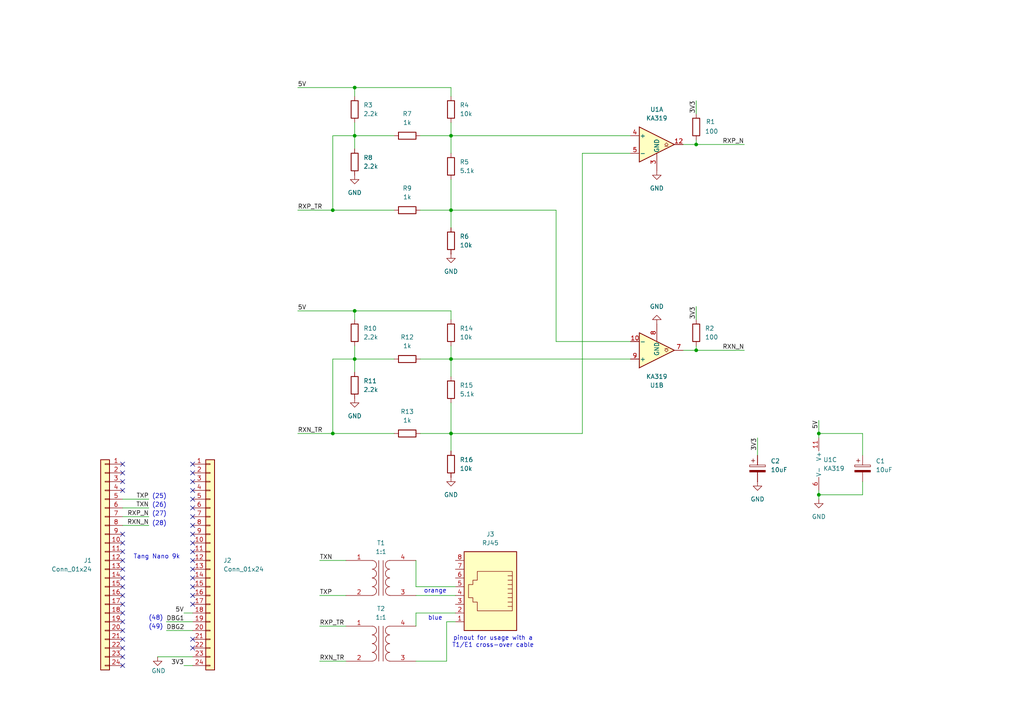
<source format=kicad_sch>
(kicad_sch (version 20240716) (generator "eeschema") (generator_version "8.99")
  (paper "A4")
  (title_block (title "E1/T1 interface board for Tang Nano 9k") (company "Darklife Research Foundation") (comment 1 "Design by Marcelo Samsoniuk & Paulo Matias"))
  (lib_symbols
    (symbol "Comparator:LM319" (pin_names (offset 0.127))
      (property "Reference" "U" (at 0 6.35 0))
      (property "Value" "LM319" (at 0 3.81 0))
      (symbol "LM319_1_1"
        (polyline (pts (xy -5.08 5.08) (xy 5.08 0) (xy -5.08 -5.08) (xy -5.08 5.08) (xy -5.08 5.08)) (stroke (width 0.254)) (fill (type background)))
        (polyline (pts (xy 2.286 -0.508) (xy 2.794 -0.508) (xy 2.286 0) (xy 2.794 0.508) (xy 3.302 0) (xy 2.794 -0.508) (xy 3.302 -0.508)) (stroke (width 0.127)))
        (pin input line (at -7.62 2.54 0) (length 2.54) (name "+") (number "4"))
        (pin input line (at -7.62 -2.54 0) (length 2.54) (name "-") (number "5"))
        (pin no_connect line (at 0 2.54 270) (length 2.54) hide (name "NC") (number "2"))
        (pin no_connect line (at 0 -2.54 90) (length 2.54) hide (name "NC") (number "1"))
        (pin passive line (at 0 -7.62 90) (length 5.08) (name "GND") (number "3"))
        (pin open_collector line (at 7.62 0 180) (length 2.54) (name "~") (number "12"))
      )
      (symbol "LM319_2_1"
        (polyline (pts (xy -5.08 5.08) (xy 5.08 0) (xy -5.08 -5.08) (xy -5.08 5.08) (xy -5.08 5.08)) (stroke (width 0.254)) (fill (type background)))
        (polyline (pts (xy 3.302 -0.508) (xy 2.794 -0.508) (xy 3.302 0) (xy 2.794 0.508) (xy 2.286 0) (xy 2.794 -0.508) (xy 2.286 -0.508)) (stroke (width 0.127)))
        (pin input line (at -7.62 2.54 0) (length 2.54) (name "+") (number "9"))
        (pin input line (at -7.62 -2.54 0) (length 2.54) (name "-") (number "10"))
        (pin no_connect line (at 0 2.54 270) (length 2.54) hide (name "NC") (number "14"))
        (pin no_connect line (at 0 -2.54 90) (length 2.54) hide (name "NC") (number "13"))
        (pin passive line (at 0 -7.62 90) (length 5.08) (name "GND") (number "8"))
        (pin open_collector line (at 7.62 0 180) (length 2.54) (name "~") (number "7"))
      )
      (symbol "LM319_3_1"
        (pin power_in line (at -2.54 7.62 270) (length 3.81) (name "V+") (number "11"))
        (pin power_in line (at -2.54 -7.62 90) (length 3.81) (name "V-") (number "6"))
      )
    )
    (symbol "Connector:RJ45" (pin_names (offset 1.016))
      (property "Reference" "J" (at -5.08 13.97 0))
      (property "Value" "RJ45" (at 2.54 13.97 0))
      (symbol "RJ45_0_1"
        (polyline (pts (xy -6.35 1.905) (xy -5.08 1.905) (xy -5.08 1.905)))
        (polyline (pts (xy -6.35 0.635) (xy -5.08 0.635) (xy -5.08 0.635)))
        (polyline (pts (xy -6.35 -0.635) (xy -5.08 -0.635) (xy -5.08 -0.635)))
        (polyline (pts (xy -6.35 -1.905) (xy -5.08 -1.905) (xy -5.08 -1.905)))
        (polyline (pts (xy -6.35 -3.175) (xy -5.08 -3.175) (xy -5.08 -3.175)))
        (polyline (pts (xy -6.35 -4.445) (xy -6.35 6.985) (xy 3.81 6.985) (xy 3.81 4.445) (xy 5.08 4.445) (xy 5.08 3.175) (xy 6.35 3.175) (xy 6.35 -0.635) (xy 5.08 -0.635) (xy 5.08 -1.905) (xy 3.81 -1.905) (xy 3.81 -4.445) (xy -6.35 -4.445) (xy -6.35 -4.445)))
        (polyline (pts (xy -5.08 5.715) (xy -6.35 5.715)))
        (polyline (pts (xy -5.08 4.445) (xy -6.35 4.445)))
        (polyline (pts (xy -5.08 3.175) (xy -6.35 3.175) (xy -6.35 3.175)))
        (rectangle (start 7.62 12.7) (end -7.62 -10.16) (stroke (width 0.254)) (fill (type background)))
      )
      (symbol "RJ45_1_1"
        (pin passive line (at 10.16 10.16 180) (length 2.54) (name "~") (number "8"))
        (pin passive line (at 10.16 7.62 180) (length 2.54) (name "~") (number "7"))
        (pin passive line (at 10.16 5.08 180) (length 2.54) (name "~") (number "6"))
        (pin passive line (at 10.16 2.54 180) (length 2.54) (name "~") (number "5"))
        (pin passive line (at 10.16 0 180) (length 2.54) (name "~") (number "4"))
        (pin passive line (at 10.16 -2.54 180) (length 2.54) (name "~") (number "3"))
        (pin passive line (at 10.16 -5.08 180) (length 2.54) (name "~") (number "2"))
        (pin passive line (at 10.16 -7.62 180) (length 2.54) (name "~") (number "1"))
      )
    )
    (symbol "Connector_Generic:Conn_01x24" (pin_names (offset 1.016) hide)
      (property "Reference" "J" (at 0 30.48 0))
      (property "Value" "Conn_01x24" (at 0 -33.02 0))
      (symbol "Conn_01x24_1_1"
        (rectangle (start -1.27 29.21) (end 1.27 -31.75) (stroke (width 0.254)) (fill (type background)))
        (rectangle (start -1.27 28.067) (end 0 27.813) (stroke (width 0.1524)))
        (rectangle (start -1.27 25.527) (end 0 25.273) (stroke (width 0.1524)))
        (rectangle (start -1.27 22.987) (end 0 22.733) (stroke (width 0.1524)))
        (rectangle (start -1.27 20.447) (end 0 20.193) (stroke (width 0.1524)))
        (rectangle (start -1.27 17.907) (end 0 17.653) (stroke (width 0.1524)))
        (rectangle (start -1.27 15.367) (end 0 15.113) (stroke (width 0.1524)))
        (rectangle (start -1.27 12.827) (end 0 12.573) (stroke (width 0.1524)))
        (rectangle (start -1.27 10.287) (end 0 10.033) (stroke (width 0.1524)))
        (rectangle (start -1.27 7.747) (end 0 7.493) (stroke (width 0.1524)))
        (rectangle (start -1.27 5.207) (end 0 4.953) (stroke (width 0.1524)))
        (rectangle (start -1.27 2.667) (end 0 2.413) (stroke (width 0.1524)))
        (rectangle (start -1.27 0.127) (end 0 -0.127) (stroke (width 0.1524)))
        (rectangle (start -1.27 -2.413) (end 0 -2.667) (stroke (width 0.1524)))
        (rectangle (start -1.27 -4.953) (end 0 -5.207) (stroke (width 0.1524)))
        (rectangle (start -1.27 -7.493) (end 0 -7.747) (stroke (width 0.1524)))
        (rectangle (start -1.27 -10.033) (end 0 -10.287) (stroke (width 0.1524)))
        (rectangle (start -1.27 -12.573) (end 0 -12.827) (stroke (width 0.1524)))
        (rectangle (start -1.27 -15.113) (end 0 -15.367) (stroke (width 0.1524)))
        (rectangle (start -1.27 -17.653) (end 0 -17.907) (stroke (width 0.1524)))
        (rectangle (start -1.27 -20.193) (end 0 -20.447) (stroke (width 0.1524)))
        (rectangle (start -1.27 -22.733) (end 0 -22.987) (stroke (width 0.1524)))
        (rectangle (start -1.27 -25.273) (end 0 -25.527) (stroke (width 0.1524)))
        (rectangle (start -1.27 -27.813) (end 0 -28.067) (stroke (width 0.1524)))
        (rectangle (start -1.27 -30.353) (end 0 -30.607) (stroke (width 0.1524)))
        (pin passive line (at -5.08 27.94 0) (length 3.81) (name "Pin_1") (number "1"))
        (pin passive line (at -5.08 25.4 0) (length 3.81) (name "Pin_2") (number "2"))
        (pin passive line (at -5.08 22.86 0) (length 3.81) (name "Pin_3") (number "3"))
        (pin passive line (at -5.08 20.32 0) (length 3.81) (name "Pin_4") (number "4"))
        (pin passive line (at -5.08 17.78 0) (length 3.81) (name "Pin_5") (number "5"))
        (pin passive line (at -5.08 15.24 0) (length 3.81) (name "Pin_6") (number "6"))
        (pin passive line (at -5.08 12.7 0) (length 3.81) (name "Pin_7") (number "7"))
        (pin passive line (at -5.08 10.16 0) (length 3.81) (name "Pin_8") (number "8"))
        (pin passive line (at -5.08 7.62 0) (length 3.81) (name "Pin_9") (number "9"))
        (pin passive line (at -5.08 5.08 0) (length 3.81) (name "Pin_10") (number "10"))
        (pin passive line (at -5.08 2.54 0) (length 3.81) (name "Pin_11") (number "11"))
        (pin passive line (at -5.08 0 0) (length 3.81) (name "Pin_12") (number "12"))
        (pin passive line (at -5.08 -2.54 0) (length 3.81) (name "Pin_13") (number "13"))
        (pin passive line (at -5.08 -5.08 0) (length 3.81) (name "Pin_14") (number "14"))
        (pin passive line (at -5.08 -7.62 0) (length 3.81) (name "Pin_15") (number "15"))
        (pin passive line (at -5.08 -10.16 0) (length 3.81) (name "Pin_16") (number "16"))
        (pin passive line (at -5.08 -12.7 0) (length 3.81) (name "Pin_17") (number "17"))
        (pin passive line (at -5.08 -15.24 0) (length 3.81) (name "Pin_18") (number "18"))
        (pin passive line (at -5.08 -17.78 0) (length 3.81) (name "Pin_19") (number "19"))
        (pin passive line (at -5.08 -20.32 0) (length 3.81) (name "Pin_20") (number "20"))
        (pin passive line (at -5.08 -22.86 0) (length 3.81) (name "Pin_21") (number "21"))
        (pin passive line (at -5.08 -25.4 0) (length 3.81) (name "Pin_22") (number "22"))
        (pin passive line (at -5.08 -27.94 0) (length 3.81) (name "Pin_23") (number "23"))
        (pin passive line (at -5.08 -30.48 0) (length 3.81) (name "Pin_24") (number "24"))
      )
    )
    (symbol "Device:C_Polarized" (pin_numbers hide) (pin_names (offset 0.254))
      (property "Reference" "C" (at 0.635 2.54 0))
      (property "Value" "C_Polarized" (at 0.635 -2.54 0))
      (symbol "C_Polarized_0_1"
        (rectangle (start -2.286 0.508) (end 2.286 1.016))
        (polyline (pts (xy -1.778 2.286) (xy -0.762 2.286)))
        (polyline (pts (xy -1.27 2.794) (xy -1.27 1.778)))
        (rectangle (start 2.286 -0.508) (end -2.286 -1.016) (fill (type outline)))
      )
      (symbol "C_Polarized_1_1"
        (pin passive line (at 0 3.81 270) (length 2.794) (name "~") (number "1"))
        (pin passive line (at 0 -3.81 90) (length 2.794) (name "~") (number "2"))
      )
    )
    (symbol "Device:R" (pin_numbers hide) (pin_names (offset 0))
      (property "Reference" "R" (at 2.032 0 90))
      (property "Value" "R" (at 0 0 90))
      (symbol "R_0_1"
        (rectangle (start -1.016 -2.54) (end 1.016 2.54) (stroke (width 0.254)))
      )
      (symbol "R_1_1"
        (pin passive line (at 0 3.81 270) (length 1.27) (name "~") (number "1"))
        (pin passive line (at 0 -3.81 90) (length 1.27) (name "~") (number "2"))
      )
    )
    (symbol "Device:Transformer_1P_1S" (pin_names (offset 1.016) hide)
      (property "Reference" "T" (at 0 6.35 0))
      (property "Value" "Transformer_1P_1S" (at 0 -7.62 0))
      (symbol "Transformer_1P_1S_0_1"
        (arc (start -1.27 3.81) (mid -1.656 2.9336) (end -2.54 2.5654))
        (arc (start -1.27 1.27) (mid -1.656 0.3936) (end -2.54 0.0254))
        (arc (start -1.27 -1.27) (mid -1.656 -2.1464) (end -2.54 -2.5146))
        (arc (start -1.27 -3.81) (mid -1.656 -4.6864) (end -2.54 -5.0546))
        (arc (start -2.54 5.08) (mid -1.642 4.708) (end -1.27 3.81))
        (arc (start -2.54 2.54) (mid -1.642 2.168) (end -1.27 1.27))
        (arc (start -2.54 0) (mid -1.642 -0.372) (end -1.27 -1.27))
        (arc (start -2.54 -2.54) (mid -1.642 -2.912) (end -1.27 -3.81))
        (polyline (pts (xy -0.635 5.08) (xy -0.635 -5.08)))
        (polyline (pts (xy 0.635 -5.08) (xy 0.635 5.08)))
        (arc (start 1.2954 3.81) (mid 1.6457 4.7117) (end 2.54 5.08))
        (arc (start 1.2954 1.27) (mid 1.6457 2.1717) (end 2.54 2.54))
        (arc (start 1.2954 -1.27) (mid 1.6457 -0.3683) (end 2.54 0))
        (arc (start 2.54 2.5654) (mid 1.6599 2.9299) (end 1.2954 3.81))
        (arc (start 2.54 0.0254) (mid 1.6599 0.3899) (end 1.2954 1.27))
        (arc (start 2.54 -2.5146) (mid 1.6599 -2.1501) (end 1.2954 -1.27))
        (arc (start 1.3208 -3.81) (mid 1.6711 -2.9085) (end 2.5654 -2.54))
        (arc (start 2.5654 -5.0546) (mid 1.6851 -4.6902) (end 1.3208 -3.81))
      )
      (symbol "Transformer_1P_1S_1_1"
        (pin passive line (at -10.16 5.08 0) (length 7.62) (name "AA") (number "1"))
        (pin passive line (at -10.16 -5.08 0) (length 7.62) (name "AB") (number "2"))
        (pin passive line (at 10.16 5.08 180) (length 7.62) (name "SB") (number "4"))
        (pin passive line (at 10.16 -5.08 180) (length 7.62) (name "SA") (number "3"))
      )
    )
    (symbol "power:GND" (power) (pin_numbers hide) (pin_names (offset 0) hide)
      (property "Value" "GND" (at 0 -3.81 0))
      (symbol "GND_0_1"
        (polyline (pts (xy 0 0) (xy 0 -1.27) (xy 1.27 -1.27) (xy 0 -2.54) (xy -1.27 -1.27) (xy 0 -1.27)))
      )
      (symbol "GND_1_1"
        (pin power_in line (at 0 0 270) (length 0) (name "~") (number "1"))
      )
    )
  )
  (text "(48)" (at 45.212 179.324 0) (effects (font (size 1.27 1.27))))
  (text "(49)" (at 45.212 181.864 0) (effects (font (size 1.27 1.27))))
  (text "(27)" (at 46.228 149.098 0) (effects (font (size 1.27 1.27))))
  (text "Tang Nano 9k" (at 45.466 161.544 0) (effects (font (size 1.27 1.27))))
  (text "(26)" (at 46.228 146.558 0) (effects (font (size 1.27 1.27))))
  (text "pinout for usage with a\nT1/E1 cross-over cable" (at 143.002 186.182 0) (effects (font (size 1.27 1.27))))
  (text "(28)" (at 46.228 151.892 0) (effects (font (size 1.27 1.27))))
  (text "blue" (at 126.238 179.324 0) (effects (font (size 1.27 1.27))))
  (text "orange" (at 126.238 171.45 0) (effects (font (size 1.27 1.27))))
  (text "(25)" (at 46.228 144.018 0) (effects (font (size 1.27 1.27))))
  (junction (at 102.87 90.17))
  (junction (at 130.81 125.73))
  (junction (at 102.87 104.14))
  (junction (at 201.93 41.91))
  (junction (at 96.52 60.96))
  (junction (at 130.81 39.37))
  (junction (at 102.87 25.4))
  (junction (at 130.81 104.14))
  (junction (at 102.87 39.37))
  (junction (at 130.81 60.96))
  (junction (at 237.49 143.51))
  (junction (at 237.49 125.73))
  (junction (at 96.52 125.73))
  (junction (at 201.93 101.6))
  (no_connect (at 35.56 137.16))
  (no_connect (at 55.88 172.72))
  (no_connect (at 35.56 154.94))
  (no_connect (at 35.56 170.18))
  (no_connect (at 55.88 170.18))
  (no_connect (at 55.88 165.1))
  (no_connect (at 55.88 142.24))
  (no_connect (at 55.88 152.4))
  (no_connect (at 35.56 167.64))
  (no_connect (at 35.56 180.34))
  (no_connect (at 35.56 182.88))
  (no_connect (at 55.88 167.64))
  (no_connect (at 55.88 162.56))
  (no_connect (at 55.88 187.96))
  (no_connect (at 55.88 144.78))
  (no_connect (at 55.88 160.02))
  (no_connect (at 55.88 134.62))
  (no_connect (at 55.88 157.48))
  (no_connect (at 35.56 190.5))
  (no_connect (at 55.88 154.94))
  (no_connect (at 35.56 134.62))
  (no_connect (at 35.56 172.72))
  (no_connect (at 35.56 160.02))
  (no_connect (at 55.88 139.7))
  (no_connect (at 35.56 185.42))
  (no_connect (at 35.56 175.26))
  (no_connect (at 35.56 139.7))
  (no_connect (at 55.88 175.26))
  (no_connect (at 55.88 149.86))
  (no_connect (at 35.56 193.04))
  (no_connect (at 35.56 165.1))
  (no_connect (at 35.56 162.56))
  (no_connect (at 35.56 177.8))
  (no_connect (at 55.88 185.42))
  (no_connect (at 35.56 157.48))
  (no_connect (at 55.88 137.16))
  (no_connect (at 35.56 142.24))
  (no_connect (at 35.56 187.96))
  (no_connect (at 55.88 147.32))
  (wire (pts (xy 43.18 149.86) (xy 35.56 149.86)))
  (wire (pts (xy 237.49 121.92) (xy 237.49 125.73)))
  (wire (pts (xy 237.49 142.24) (xy 237.49 143.51)))
  (wire (pts (xy 43.18 152.4) (xy 35.56 152.4)))
  (wire (pts (xy 201.93 101.6) (xy 215.9 101.6)))
  (wire (pts (xy 201.93 29.21) (xy 201.93 33.02)))
  (wire (pts (xy 130.81 100.33) (xy 130.81 104.14)))
  (wire (pts (xy 121.92 125.73) (xy 130.81 125.73)))
  (wire (pts (xy 130.81 125.73) (xy 168.91 125.73)))
  (wire (pts (xy 219.71 127) (xy 219.71 132.08)))
  (wire (pts (xy 92.71 162.56) (xy 100.33 162.56)))
  (wire (pts (xy 114.3 104.14) (xy 102.87 104.14)))
  (wire (pts (xy 250.19 143.51) (xy 237.49 143.51)))
  (wire (pts (xy 96.52 60.96) (xy 114.3 60.96)))
  (wire (pts (xy 96.52 125.73) (xy 114.3 125.73)))
  (wire (pts (xy 132.08 170.18) (xy 120.65 170.18)))
  (wire (pts (xy 96.52 39.37) (xy 96.52 60.96)))
  (wire (pts (xy 130.81 90.17) (xy 130.81 92.71)))
  (wire (pts (xy 102.87 35.56) (xy 102.87 39.37)))
  (wire (pts (xy 102.87 104.14) (xy 102.87 107.95)))
  (wire (pts (xy 102.87 39.37) (xy 102.87 43.18)))
  (wire (pts (xy 130.81 60.96) (xy 161.29 60.96)))
  (wire (pts (xy 96.52 104.14) (xy 96.52 125.73)))
  (wire (pts (xy 250.19 139.7) (xy 250.19 143.51)))
  (wire (pts (xy 201.93 40.64) (xy 201.93 41.91)))
  (wire (pts (xy 120.65 162.56) (xy 120.65 170.18)))
  (wire (pts (xy 168.91 44.45) (xy 168.91 125.73)))
  (wire (pts (xy 86.36 90.17) (xy 102.87 90.17)))
  (wire (pts (xy 48.26 180.34) (xy 55.88 180.34)))
  (wire (pts (xy 130.81 104.14) (xy 182.88 104.14)))
  (wire (pts (xy 86.36 25.4) (xy 102.87 25.4)))
  (wire (pts (xy 130.81 35.56) (xy 130.81 39.37)))
  (wire (pts (xy 102.87 90.17) (xy 130.81 90.17)))
  (wire (pts (xy 102.87 100.33) (xy 102.87 104.14)))
  (wire (pts (xy 132.08 172.72) (xy 120.65 172.72)))
  (wire (pts (xy 92.71 191.77) (xy 100.33 191.77)))
  (wire (pts (xy 120.65 181.61) (xy 120.65 177.8)))
  (wire (pts (xy 237.49 125.73) (xy 237.49 127)))
  (wire (pts (xy 102.87 25.4) (xy 102.87 27.94)))
  (wire (pts (xy 92.71 172.72) (xy 100.33 172.72)))
  (wire (pts (xy 102.87 39.37) (xy 96.52 39.37)))
  (wire (pts (xy 102.87 25.4) (xy 130.81 25.4)))
  (wire (pts (xy 130.81 116.84) (xy 130.81 125.73)))
  (wire (pts (xy 161.29 99.06) (xy 182.88 99.06)))
  (wire (pts (xy 250.19 125.73) (xy 237.49 125.73)))
  (wire (pts (xy 130.81 125.73) (xy 130.81 130.81)))
  (wire (pts (xy 102.87 90.17) (xy 102.87 92.71)))
  (wire (pts (xy 48.26 182.88) (xy 55.88 182.88)))
  (wire (pts (xy 198.12 101.6) (xy 201.93 101.6)))
  (wire (pts (xy 120.65 177.8) (xy 132.08 177.8)))
  (wire (pts (xy 86.36 125.73) (xy 96.52 125.73)))
  (wire (pts (xy 250.19 132.08) (xy 250.19 125.73)))
  (wire (pts (xy 43.18 144.78) (xy 35.56 144.78)))
  (wire (pts (xy 182.88 44.45) (xy 168.91 44.45)))
  (wire (pts (xy 102.87 104.14) (xy 96.52 104.14)))
  (wire (pts (xy 130.81 60.96) (xy 130.81 66.04)))
  (wire (pts (xy 129.54 180.34) (xy 129.54 191.77)))
  (wire (pts (xy 130.81 52.07) (xy 130.81 60.96)))
  (wire (pts (xy 201.93 41.91) (xy 215.9 41.91)))
  (wire (pts (xy 198.12 41.91) (xy 201.93 41.91)))
  (wire (pts (xy 130.81 39.37) (xy 130.81 44.45)))
  (wire (pts (xy 121.92 104.14) (xy 130.81 104.14)))
  (wire (pts (xy 43.18 147.32) (xy 35.56 147.32)))
  (wire (pts (xy 129.54 180.34) (xy 132.08 180.34)))
  (wire (pts (xy 201.93 88.9) (xy 201.93 92.71)))
  (wire (pts (xy 45.72 190.5) (xy 55.88 190.5)))
  (wire (pts (xy 129.54 191.77) (xy 120.65 191.77)))
  (wire (pts (xy 161.29 60.96) (xy 161.29 99.06)))
  (wire (pts (xy 86.36 60.96) (xy 96.52 60.96)))
  (wire (pts (xy 53.34 193.04) (xy 55.88 193.04)))
  (wire (pts (xy 201.93 100.33) (xy 201.93 101.6)))
  (wire (pts (xy 130.81 25.4) (xy 130.81 27.94)))
  (wire (pts (xy 121.92 39.37) (xy 130.81 39.37)))
  (wire (pts (xy 130.81 104.14) (xy 130.81 109.22)))
  (wire (pts (xy 114.3 39.37) (xy 102.87 39.37)))
  (wire (pts (xy 130.81 39.37) (xy 182.88 39.37)))
  (wire (pts (xy 53.34 177.8) (xy 55.88 177.8)))
  (wire (pts (xy 237.49 143.51) (xy 237.49 144.78)))
  (wire (pts (xy 92.71 181.61) (xy 100.33 181.61)))
  (wire (pts (xy 121.92 60.96) (xy 130.81 60.96)))
  (label "3V3" (at 53.34 193.04 180))
  (label "5V" (at 237.49 121.92 270))
  (label "RXN_N" (at 43.18 152.4 180))
  (label "3V3" (at 219.71 127 270))
  (label "DBG2" (at 48.26 182.88 0))
  (label "TXP" (at 92.71 172.72 0))
  (label "5V" (at 53.34 177.8 180))
  (label "5V" (at 86.36 90.17 0))
  (label "RXN_TR" (at 86.36 125.73 0))
  (label "5V" (at 86.36 25.4 0))
  (label "RXN_TR" (at 92.71 191.77 0))
  (label "RXN_N" (at 209.55 101.6 0))
  (label "RXP_TR" (at 86.36 60.96 0))
  (label "TXN" (at 92.71 162.56 0))
  (label "3V3" (at 201.93 88.9 270))
  (label "3V3" (at 201.93 29.21 270))
  (label "TXN" (at 43.18 147.32 180))
  (label "TXP" (at 43.18 144.78 180))
  (label "RXP_TR" (at 92.71 181.61 0))
  (label "RXP_N" (at 43.18 149.86 180))
  (label "RXP_N" (at 209.55 41.91 0))
  (label "DBG1" (at 48.26 180.34 0))
  (symbol (lib_id "Device:R") (at 118.11 104.14 90) (unit 1)
    (property "Reference" "R12" (at 118.11 97.79 90))
    (property "Value" "1k" (at 118.11 100.33 90))
    (property "Description" "Resistor" (effects (hide yes)))
  )
  (symbol (lib_id "Device:R") (at 102.87 111.76 0) (unit 1)
    (property "Reference" "R11" (at 105.41 110.4899 0) (effects (justify left)))
    (property "Value" "2.2k" (at 105.41 113.0299 0) (effects (justify left)))
    (property "Description" "Resistor" (effects (hide yes)))
  )
  (symbol (lib_id "power:GND") (at 102.87 50.8 0) (unit 1)
    (property "Reference" "#PWR06" (effects (hide yes)))
    (property "Value" "GND" (at 102.87 55.88 0))
    (property "Description" "Power symbol creates a global label with name \"GND\" , ground" (effects (hide yes)))
  )
  (symbol (lib_id "Device:C_Polarized") (at 219.71 135.89 0) (unit 1)
    (property "Reference" "C2" (at 223.52 133.7309 0) (effects (justify left)))
    (property "Value" "10uF" (at 223.52 136.2709 0) (effects (justify left)))
    (property "Footprint" "Capacitor_SMD:CP_Elec_3x5.3" (effects (hide yes)))
    (property "Description" "Polarized capacitor" (effects (hide yes)))
  )
  (symbol (lib_id "Device:R") (at 102.87 96.52 0) (unit 1)
    (property "Reference" "R10" (at 105.41 95.2499 0) (effects (justify left)))
    (property "Value" "2.2k" (at 105.41 97.7899 0) (effects (justify left)))
    (property "Description" "Resistor" (effects (hide yes)))
  )
  (symbol (lib_id "Connector:RJ45") (at 142.24 172.72 0) (mirror y) (unit 1)
    (property "Reference" "J3" (at 142.24 154.94 0))
    (property "Value" "RJ45" (at 142.24 157.48 0))
    (property "Footprint" "Connector_RJ:RJ45_Amphenol_54602-x08_Horizontal" (effects (hide yes)))
    (property "Description" "RJ connector, 8P8C (8 positions 8 connected)" (effects (hide yes)))
  )
  (symbol (lib_id "Device:Transformer_1P_1S") (at 110.49 186.69 0) (unit 1)
    (property "Reference" "T2" (at 110.5027 176.53 0))
    (property "Value" "1:1" (at 110.5027 179.07 0))
    (property "Description" "Transformer, single primary, single secondary" (effects (hide yes)))
  )
  (symbol (lib_id "Device:R") (at 201.93 36.83 0) (unit 1)
    (property "Reference" "R1" (at 204.724 35.306 0) (effects (justify left)))
    (property "Value" "100" (at 204.47 38.0999 0) (effects (justify left)))
    (property "Description" "Resistor" (effects (hide yes)))
  )
  (symbol (lib_id "power:GND") (at 102.87 115.57 0) (unit 1)
    (property "Reference" "#PWR08" (effects (hide yes)))
    (property "Value" "GND" (at 102.87 120.65 0))
    (property "Description" "Power symbol creates a global label with name \"GND\" , ground" (effects (hide yes)))
  )
  (symbol (lib_id "Device:C_Polarized") (at 250.19 135.89 0) (unit 1)
    (property "Reference" "C1" (at 254 133.7309 0) (effects (justify left)))
    (property "Value" "10uF" (at 254 136.2709 0) (effects (justify left)))
    (property "Footprint" "Capacitor_SMD:CP_Elec_3x5.3" (effects (hide yes)))
    (property "Description" "Polarized capacitor" (effects (hide yes)))
  )
  (symbol (lib_id "Device:R") (at 118.11 60.96 90) (unit 1)
    (property "Reference" "R9" (at 118.11 54.61 90))
    (property "Value" "1k" (at 118.11 57.15 90))
    (property "Description" "Resistor" (effects (hide yes)))
  )
  (symbol (lib_id "Device:R") (at 130.81 96.52 0) (unit 1)
    (property "Reference" "R14" (at 133.35 95.2499 0) (effects (justify left)))
    (property "Value" "10k" (at 133.35 97.7899 0) (effects (justify left)))
    (property "Description" "Resistor" (effects (hide yes)))
  )
  (symbol (lib_id "Device:R") (at 130.81 69.85 0) (unit 1)
    (property "Reference" "R6" (at 133.35 68.5799 0) (effects (justify left)))
    (property "Value" "10k" (at 133.35 71.1199 0) (effects (justify left)))
    (property "Description" "Resistor" (effects (hide yes)))
  )
  (symbol (lib_id "power:GND") (at 237.49 144.78 0) (unit 1)
    (property "Reference" "#PWR02" (effects (hide yes)))
    (property "Value" "GND" (at 237.49 149.86 0))
    (property "Description" "Power symbol creates a global label with name \"GND\" , ground" (effects (hide yes)))
  )
  (symbol (lib_id "Comparator:LM319") (at 190.5 41.91 0) (unit 1)
    (property "Reference" "U1" (at 190.5 31.75 0))
    (property "Value" "KA319" (at 190.5 34.29 0))
    (property "Footprint" "Package_DIP:DIP-14_W7.62mm_Socket" (effects (hide yes)))
    (property "Datasheet" "http://www.ti.com/lit/ds/symlink/lm319-n.pdf" (effects (hide yes)))
    (property "Description" "High Speed Dual Comparator, DIP-14/SOIC-14" (effects (hide yes)))
  )
  (symbol (lib_id "power:GND") (at 190.5 93.98 0) (mirror x) (unit 1)
    (property "Reference" "#PWR04" (effects (hide yes)))
    (property "Value" "GND" (at 190.5 88.9 0))
    (property "Description" "Power symbol creates a global label with name \"GND\" , ground" (effects (hide yes)))
  )
  (symbol (lib_id "Connector_Generic:Conn_01x24") (at 30.48 162.56 0) (mirror y) (unit 1)
    (property "Reference" "J1" (at 26.67 162.5599 0) (effects (justify left)))
    (property "Value" "Conn_01x24" (at 26.67 165.0999 0) (effects (justify left)))
    (property "Footprint" "Connector_Molex:Molex_SL_171971-0024_1x24_P2.54mm_Vertical" (effects (hide yes)))
    (property "Description" "Generic connector, single row, 01x24, script generated (kicad-library-utils/schlib/autogen/connector/)" (effects (hide yes)))
  )
  (symbol (lib_id "power:GND") (at 190.5 49.53 0) (unit 1)
    (property "Reference" "#PWR03" (effects (hide yes)))
    (property "Value" "GND" (at 190.5 54.61 0))
    (property "Description" "Power symbol creates a global label with name \"GND\" , ground" (effects (hide yes)))
  )
  (symbol (lib_id "Device:Transformer_1P_1S") (at 110.49 167.64 0) (unit 1)
    (property "Reference" "T1" (at 110.5027 157.48 0))
    (property "Value" "1:1" (at 110.5027 160.02 0))
    (property "Description" "Transformer, single primary, single secondary" (effects (hide yes)))
  )
  (symbol (lib_id "power:GND") (at 130.81 73.66 0) (unit 1)
    (property "Reference" "#PWR07" (effects (hide yes)))
    (property "Value" "GND" (at 130.81 78.74 0))
    (property "Description" "Power symbol creates a global label with name \"GND\" , ground" (effects (hide yes)))
  )
  (symbol (lib_id "Device:R") (at 201.93 96.52 0) (unit 1)
    (property "Reference" "R2" (at 204.47 95.2499 0) (effects (justify left)))
    (property "Value" "100" (at 204.47 97.7899 0) (effects (justify left)))
    (property "Description" "Resistor" (effects (hide yes)))
  )
  (symbol (lib_id "Device:R") (at 130.81 134.62 0) (unit 1)
    (property "Reference" "R16" (at 133.35 133.3499 0) (effects (justify left)))
    (property "Value" "10k" (at 133.35 135.8899 0) (effects (justify left)))
    (property "Description" "Resistor" (effects (hide yes)))
  )
  (symbol (lib_id "Comparator:LM319") (at 190.5 101.6 0) (mirror x) (unit 2)
    (property "Reference" "U1" (at 190.5 111.76 0))
    (property "Value" "KA319" (at 190.5 109.22 0))
    (property "Footprint" "Package_DIP:DIP-14_W7.62mm_Socket" (effects (hide yes)))
    (property "Datasheet" "http://www.ti.com/lit/ds/symlink/lm319-n.pdf" (effects (hide yes)))
    (property "Description" "High Speed Dual Comparator, DIP-14/SOIC-14" (effects (hide yes)))
  )
  (symbol (lib_id "power:GND") (at 219.71 139.7 0) (unit 1)
    (property "Reference" "#PWR05" (effects (hide yes)))
    (property "Value" "GND" (at 219.71 144.78 0))
    (property "Description" "Power symbol creates a global label with name \"GND\" , ground" (effects (hide yes)))
  )
  (symbol (lib_id "Device:R") (at 130.81 48.26 0) (unit 1)
    (property "Reference" "R5" (at 133.35 46.9899 0) (effects (justify left)))
    (property "Value" "5.1k" (at 133.35 49.5299 0) (effects (justify left)))
    (property "Description" "Resistor" (effects (hide yes)))
  )
  (symbol (lib_id "power:GND") (at 45.72 190.5 0) (unit 1)
    (property "Reference" "#PWR01" (effects (hide yes)))
    (property "Value" "GND" (at 45.974 194.564 0))
    (property "Description" "Power symbol creates a global label with name \"GND\" , ground" (effects (hide yes)))
  )
  (symbol (lib_id "Device:R") (at 130.81 31.75 0) (unit 1)
    (property "Reference" "R4" (at 133.35 30.4799 0) (effects (justify left)))
    (property "Value" "10k" (at 133.35 33.0199 0) (effects (justify left)))
    (property "Description" "Resistor" (effects (hide yes)))
  )
  (symbol (lib_id "Device:R") (at 102.87 46.99 0) (unit 1)
    (property "Reference" "R8" (at 105.41 45.7199 0) (effects (justify left)))
    (property "Value" "2.2k" (at 105.41 48.2599 0) (effects (justify left)))
    (property "Description" "Resistor" (effects (hide yes)))
  )
  (symbol (lib_id "Comparator:LM319") (at 240.03 134.62 0) (unit 3)
    (property "Reference" "U1" (at 238.76 133.3499 0) (effects (justify left)))
    (property "Value" "KA319" (at 238.76 135.8899 0) (effects (justify left)))
    (property "Footprint" "Package_DIP:DIP-14_W7.62mm_Socket" (effects (hide yes)))
    (property "Datasheet" "http://www.ti.com/lit/ds/symlink/lm319-n.pdf" (effects (hide yes)))
    (property "Description" "High Speed Dual Comparator, DIP-14/SOIC-14" (effects (hide yes)))
  )
  (symbol (lib_id "Device:R") (at 102.87 31.75 0) (unit 1)
    (property "Reference" "R3" (at 105.41 30.4799 0) (effects (justify left)))
    (property "Value" "2.2k" (at 105.41 33.0199 0) (effects (justify left)))
    (property "Description" "Resistor" (effects (hide yes)))
  )
  (symbol (lib_id "Connector_Generic:Conn_01x24") (at 60.96 162.56 0) (unit 1)
    (property "Reference" "J2" (at 64.77 162.5599 0) (effects (justify left)))
    (property "Value" "Conn_01x24" (at 64.77 165.0999 0) (effects (justify left)))
    (property "Footprint" "Connector_Molex:Molex_SL_171971-0024_1x24_P2.54mm_Vertical" (effects (hide yes)))
    (property "Description" "Generic connector, single row, 01x24, script generated (kicad-library-utils/schlib/autogen/connector/)" (effects (hide yes)))
  )
  (symbol (lib_id "Device:R") (at 130.81 113.03 0) (unit 1)
    (property "Reference" "R15" (at 133.35 111.7599 0) (effects (justify left)))
    (property "Value" "5.1k" (at 133.35 114.2999 0) (effects (justify left)))
    (property "Description" "Resistor" (effects (hide yes)))
  )
  (symbol (lib_id "Device:R") (at 118.11 39.37 90) (unit 1)
    (property "Reference" "R7" (at 118.11 33.02 90))
    (property "Value" "1k" (at 118.11 35.56 90))
    (property "Description" "Resistor" (effects (hide yes)))
  )
  (symbol (lib_id "Device:R") (at 118.11 125.73 90) (unit 1)
    (property "Reference" "R13" (at 118.11 119.38 90))
    (property "Value" "1k" (at 118.11 121.92 90))
    (property "Description" "Resistor" (effects (hide yes)))
  )
  (symbol (lib_id "power:GND") (at 130.81 138.43 0) (unit 1)
    (property "Reference" "#PWR09" (effects (hide yes)))
    (property "Value" "GND" (at 130.81 143.51 0))
    (property "Description" "Power symbol creates a global label with name \"GND\" , ground" (effects (hide yes)))
  )
)
</source>
